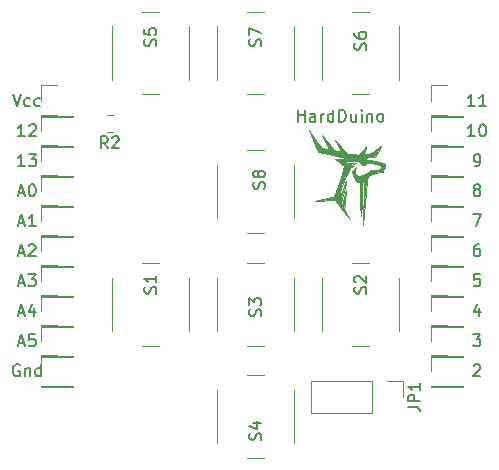
<source format=gbr>
G04 #@! TF.GenerationSoftware,KiCad,Pcbnew,(5.1.8)-1*
G04 #@! TF.CreationDate,2020-11-07T15:34:37+03:00*
G04 #@! TF.ProjectId,ArrowKbd,4172726f-774b-4626-942e-6b696361645f,rev?*
G04 #@! TF.SameCoordinates,Original*
G04 #@! TF.FileFunction,Legend,Top*
G04 #@! TF.FilePolarity,Positive*
%FSLAX46Y46*%
G04 Gerber Fmt 4.6, Leading zero omitted, Abs format (unit mm)*
G04 Created by KiCad (PCBNEW (5.1.8)-1) date 2020-11-07 15:34:37*
%MOMM*%
%LPD*%
G01*
G04 APERTURE LIST*
%ADD10C,0.100000*%
%ADD11C,0.150000*%
%ADD12C,0.120000*%
G04 APERTURE END LIST*
D10*
G36*
X114720000Y-63140000D02*
G01*
X114940000Y-63460000D01*
X115130000Y-63640000D01*
X115190000Y-63680000D01*
X115620000Y-63810000D01*
X115660000Y-63790000D01*
X115660000Y-63700000D01*
X115470000Y-63270000D01*
X115170000Y-62620000D01*
X115980000Y-63610000D01*
X116180000Y-63830000D01*
X116300000Y-63930000D01*
X116380000Y-63960000D01*
X116560000Y-63970000D01*
X116780000Y-64030000D01*
X116740000Y-63910000D01*
X116230000Y-63020000D01*
X117000000Y-63860000D01*
X117160000Y-64050000D01*
X117250000Y-64130000D01*
X117360000Y-64180000D01*
X117800000Y-64230000D01*
X118260000Y-64250000D01*
X118740000Y-63650000D01*
X118890000Y-63500000D01*
X118880000Y-63580000D01*
X118740000Y-63910000D01*
X118660000Y-64080000D01*
X118650000Y-64160000D01*
X118730000Y-64170000D01*
X119130000Y-64150000D01*
X119480000Y-64040000D01*
X120150000Y-63470000D01*
X120030000Y-63760000D01*
X119600000Y-64410000D01*
X119270000Y-64470000D01*
X118660000Y-64520000D01*
X118470000Y-64590000D01*
X118690000Y-64650000D01*
X120020000Y-64870000D01*
X120340000Y-64940000D01*
X120470000Y-65040000D01*
X120490000Y-65210000D01*
X120470000Y-65370000D01*
X120410000Y-65450000D01*
X120360000Y-65470000D01*
X120320000Y-65550000D01*
X120320000Y-65650000D01*
X120260000Y-65700000D01*
X120070000Y-65750000D01*
X119450000Y-65860000D01*
X119160000Y-65940000D01*
X119030000Y-66060000D01*
X119000000Y-66120000D01*
X118970000Y-66270000D01*
X118980000Y-66440000D01*
X118650000Y-70210000D01*
X118700000Y-66820000D01*
X118690000Y-66540000D01*
X118680000Y-66350000D01*
X118670000Y-66310000D01*
X118630000Y-66270000D01*
X118580000Y-66390000D01*
X118550000Y-66720000D01*
X118520000Y-67210000D01*
X118490000Y-68590000D01*
X118470000Y-69120000D01*
X118430000Y-69450000D01*
X118400000Y-69270000D01*
X118370000Y-68590000D01*
X118370000Y-67710000D01*
X118350000Y-66490000D01*
X118190000Y-66530000D01*
X118080000Y-66530000D01*
X118010000Y-66480000D01*
X117940000Y-66350000D01*
X117700000Y-65720000D01*
X118010000Y-65320000D01*
X117970000Y-65550000D01*
X117960000Y-65710000D01*
X117960000Y-65780000D01*
X118030000Y-65910000D01*
X118180000Y-66120000D01*
X119090000Y-65730000D01*
X119220000Y-65660000D01*
X119270000Y-65600000D01*
X119160000Y-65560000D01*
X119370000Y-65520000D01*
X119890000Y-65510000D01*
X120010000Y-65490000D01*
X120100000Y-65440000D01*
X120130000Y-65380000D01*
X120100000Y-65260000D01*
X119940000Y-65160000D01*
X119670000Y-65050000D01*
X119270000Y-64970000D01*
X119030000Y-64960000D01*
X118890000Y-64980000D01*
X118840000Y-65020000D01*
X118770000Y-65120000D01*
X118720000Y-65130000D01*
X118660000Y-65130000D01*
X118540000Y-65080000D01*
X118390000Y-64980000D01*
X118350000Y-64920000D01*
X118340000Y-64880000D01*
X118280000Y-64850000D01*
X118200000Y-64820000D01*
X117710000Y-64800000D01*
X117260000Y-64810000D01*
X117120000Y-64830000D01*
X117000000Y-64860000D01*
X117020000Y-64900000D01*
X117230000Y-64940000D01*
X117530000Y-64960000D01*
X118040000Y-64970000D01*
X117620000Y-65120000D01*
X117620000Y-65150000D01*
X117820000Y-65170000D01*
X117830000Y-65200000D01*
X117590000Y-65320000D01*
X117530000Y-65390000D01*
X117400000Y-65580000D01*
X117200000Y-66010000D01*
X116770000Y-67060000D01*
X116550000Y-67710000D01*
X116500000Y-67880000D01*
X116470000Y-68020000D01*
X116520000Y-68100000D01*
X116570000Y-68070000D01*
X116610000Y-68000000D01*
X116700000Y-67780000D01*
X116880000Y-67270000D01*
X117190000Y-66440000D01*
X117150000Y-66700000D01*
X116900000Y-67700000D01*
X116840000Y-67910000D01*
X116780000Y-68250000D01*
X116760000Y-68370000D01*
X116760000Y-68480000D01*
X116810000Y-68540000D01*
X116870000Y-68460000D01*
X116910000Y-68310000D01*
X117010000Y-67940000D01*
X117170000Y-67220000D01*
X117200000Y-67220000D01*
X117050000Y-68380000D01*
X116980000Y-68830000D01*
X117370000Y-69400000D01*
X117530000Y-69700000D01*
X116920000Y-68990000D01*
X116220000Y-68100000D01*
X114580000Y-68170000D01*
X115980000Y-67870000D01*
X116190000Y-67800000D01*
X116270000Y-67580000D01*
X116560000Y-66700000D01*
X116810000Y-65850000D01*
X116970000Y-65180000D01*
X116240000Y-64610000D01*
X116600000Y-64570000D01*
X117050000Y-64590000D01*
X117530000Y-64600000D01*
X115610000Y-64180000D01*
X114810000Y-63990000D01*
X114380000Y-63020000D01*
X114010000Y-62120000D01*
X114720000Y-63140000D01*
G37*
X114720000Y-63140000D02*
X114940000Y-63460000D01*
X115130000Y-63640000D01*
X115190000Y-63680000D01*
X115620000Y-63810000D01*
X115660000Y-63790000D01*
X115660000Y-63700000D01*
X115470000Y-63270000D01*
X115170000Y-62620000D01*
X115980000Y-63610000D01*
X116180000Y-63830000D01*
X116300000Y-63930000D01*
X116380000Y-63960000D01*
X116560000Y-63970000D01*
X116780000Y-64030000D01*
X116740000Y-63910000D01*
X116230000Y-63020000D01*
X117000000Y-63860000D01*
X117160000Y-64050000D01*
X117250000Y-64130000D01*
X117360000Y-64180000D01*
X117800000Y-64230000D01*
X118260000Y-64250000D01*
X118740000Y-63650000D01*
X118890000Y-63500000D01*
X118880000Y-63580000D01*
X118740000Y-63910000D01*
X118660000Y-64080000D01*
X118650000Y-64160000D01*
X118730000Y-64170000D01*
X119130000Y-64150000D01*
X119480000Y-64040000D01*
X120150000Y-63470000D01*
X120030000Y-63760000D01*
X119600000Y-64410000D01*
X119270000Y-64470000D01*
X118660000Y-64520000D01*
X118470000Y-64590000D01*
X118690000Y-64650000D01*
X120020000Y-64870000D01*
X120340000Y-64940000D01*
X120470000Y-65040000D01*
X120490000Y-65210000D01*
X120470000Y-65370000D01*
X120410000Y-65450000D01*
X120360000Y-65470000D01*
X120320000Y-65550000D01*
X120320000Y-65650000D01*
X120260000Y-65700000D01*
X120070000Y-65750000D01*
X119450000Y-65860000D01*
X119160000Y-65940000D01*
X119030000Y-66060000D01*
X119000000Y-66120000D01*
X118970000Y-66270000D01*
X118980000Y-66440000D01*
X118650000Y-70210000D01*
X118700000Y-66820000D01*
X118690000Y-66540000D01*
X118680000Y-66350000D01*
X118670000Y-66310000D01*
X118630000Y-66270000D01*
X118580000Y-66390000D01*
X118550000Y-66720000D01*
X118520000Y-67210000D01*
X118490000Y-68590000D01*
X118470000Y-69120000D01*
X118430000Y-69450000D01*
X118400000Y-69270000D01*
X118370000Y-68590000D01*
X118370000Y-67710000D01*
X118350000Y-66490000D01*
X118190000Y-66530000D01*
X118080000Y-66530000D01*
X118010000Y-66480000D01*
X117940000Y-66350000D01*
X117700000Y-65720000D01*
X118010000Y-65320000D01*
X117970000Y-65550000D01*
X117960000Y-65710000D01*
X117960000Y-65780000D01*
X118030000Y-65910000D01*
X118180000Y-66120000D01*
X119090000Y-65730000D01*
X119220000Y-65660000D01*
X119270000Y-65600000D01*
X119160000Y-65560000D01*
X119370000Y-65520000D01*
X119890000Y-65510000D01*
X120010000Y-65490000D01*
X120100000Y-65440000D01*
X120130000Y-65380000D01*
X120100000Y-65260000D01*
X119940000Y-65160000D01*
X119670000Y-65050000D01*
X119270000Y-64970000D01*
X119030000Y-64960000D01*
X118890000Y-64980000D01*
X118840000Y-65020000D01*
X118770000Y-65120000D01*
X118720000Y-65130000D01*
X118660000Y-65130000D01*
X118540000Y-65080000D01*
X118390000Y-64980000D01*
X118350000Y-64920000D01*
X118340000Y-64880000D01*
X118280000Y-64850000D01*
X118200000Y-64820000D01*
X117710000Y-64800000D01*
X117260000Y-64810000D01*
X117120000Y-64830000D01*
X117000000Y-64860000D01*
X117020000Y-64900000D01*
X117230000Y-64940000D01*
X117530000Y-64960000D01*
X118040000Y-64970000D01*
X117620000Y-65120000D01*
X117620000Y-65150000D01*
X117820000Y-65170000D01*
X117830000Y-65200000D01*
X117590000Y-65320000D01*
X117530000Y-65390000D01*
X117400000Y-65580000D01*
X117200000Y-66010000D01*
X116770000Y-67060000D01*
X116550000Y-67710000D01*
X116500000Y-67880000D01*
X116470000Y-68020000D01*
X116520000Y-68100000D01*
X116570000Y-68070000D01*
X116610000Y-68000000D01*
X116700000Y-67780000D01*
X116880000Y-67270000D01*
X117190000Y-66440000D01*
X117150000Y-66700000D01*
X116900000Y-67700000D01*
X116840000Y-67910000D01*
X116780000Y-68250000D01*
X116760000Y-68370000D01*
X116760000Y-68480000D01*
X116810000Y-68540000D01*
X116870000Y-68460000D01*
X116910000Y-68310000D01*
X117010000Y-67940000D01*
X117170000Y-67220000D01*
X117200000Y-67220000D01*
X117050000Y-68380000D01*
X116980000Y-68830000D01*
X117370000Y-69400000D01*
X117530000Y-69700000D01*
X116920000Y-68990000D01*
X116220000Y-68100000D01*
X114580000Y-68170000D01*
X115980000Y-67870000D01*
X116190000Y-67800000D01*
X116270000Y-67580000D01*
X116560000Y-66700000D01*
X116810000Y-65850000D01*
X116970000Y-65180000D01*
X116240000Y-64610000D01*
X116600000Y-64570000D01*
X117050000Y-64590000D01*
X117530000Y-64600000D01*
X115610000Y-64180000D01*
X114810000Y-63990000D01*
X114380000Y-63020000D01*
X114010000Y-62120000D01*
X114720000Y-63140000D01*
D11*
X113104761Y-61452380D02*
X113104761Y-60452380D01*
X113104761Y-60928571D02*
X113676190Y-60928571D01*
X113676190Y-61452380D02*
X113676190Y-60452380D01*
X114580952Y-61452380D02*
X114580952Y-60928571D01*
X114533333Y-60833333D01*
X114438095Y-60785714D01*
X114247619Y-60785714D01*
X114152380Y-60833333D01*
X114580952Y-61404761D02*
X114485714Y-61452380D01*
X114247619Y-61452380D01*
X114152380Y-61404761D01*
X114104761Y-61309523D01*
X114104761Y-61214285D01*
X114152380Y-61119047D01*
X114247619Y-61071428D01*
X114485714Y-61071428D01*
X114580952Y-61023809D01*
X115057142Y-61452380D02*
X115057142Y-60785714D01*
X115057142Y-60976190D02*
X115104761Y-60880952D01*
X115152380Y-60833333D01*
X115247619Y-60785714D01*
X115342857Y-60785714D01*
X116104761Y-61452380D02*
X116104761Y-60452380D01*
X116104761Y-61404761D02*
X116009523Y-61452380D01*
X115819047Y-61452380D01*
X115723809Y-61404761D01*
X115676190Y-61357142D01*
X115628571Y-61261904D01*
X115628571Y-60976190D01*
X115676190Y-60880952D01*
X115723809Y-60833333D01*
X115819047Y-60785714D01*
X116009523Y-60785714D01*
X116104761Y-60833333D01*
X116580952Y-61452380D02*
X116580952Y-60452380D01*
X116819047Y-60452380D01*
X116961904Y-60500000D01*
X117057142Y-60595238D01*
X117104761Y-60690476D01*
X117152380Y-60880952D01*
X117152380Y-61023809D01*
X117104761Y-61214285D01*
X117057142Y-61309523D01*
X116961904Y-61404761D01*
X116819047Y-61452380D01*
X116580952Y-61452380D01*
X118009523Y-60785714D02*
X118009523Y-61452380D01*
X117580952Y-60785714D02*
X117580952Y-61309523D01*
X117628571Y-61404761D01*
X117723809Y-61452380D01*
X117866666Y-61452380D01*
X117961904Y-61404761D01*
X118009523Y-61357142D01*
X118485714Y-61452380D02*
X118485714Y-60785714D01*
X118485714Y-60452380D02*
X118438095Y-60500000D01*
X118485714Y-60547619D01*
X118533333Y-60500000D01*
X118485714Y-60452380D01*
X118485714Y-60547619D01*
X118961904Y-60785714D02*
X118961904Y-61452380D01*
X118961904Y-60880952D02*
X119009523Y-60833333D01*
X119104761Y-60785714D01*
X119247619Y-60785714D01*
X119342857Y-60833333D01*
X119390476Y-60928571D01*
X119390476Y-61452380D01*
X120009523Y-61452380D02*
X119914285Y-61404761D01*
X119866666Y-61357142D01*
X119819047Y-61261904D01*
X119819047Y-60976190D01*
X119866666Y-60880952D01*
X119914285Y-60833333D01*
X120009523Y-60785714D01*
X120152380Y-60785714D01*
X120247619Y-60833333D01*
X120295238Y-60880952D01*
X120342857Y-60976190D01*
X120342857Y-61261904D01*
X120295238Y-61357142D01*
X120247619Y-61404761D01*
X120152380Y-61452380D01*
X120009523Y-61452380D01*
X89527142Y-82050000D02*
X89431904Y-82002380D01*
X89289047Y-82002380D01*
X89146190Y-82050000D01*
X89050952Y-82145238D01*
X89003333Y-82240476D01*
X88955714Y-82430952D01*
X88955714Y-82573809D01*
X89003333Y-82764285D01*
X89050952Y-82859523D01*
X89146190Y-82954761D01*
X89289047Y-83002380D01*
X89384285Y-83002380D01*
X89527142Y-82954761D01*
X89574761Y-82907142D01*
X89574761Y-82573809D01*
X89384285Y-82573809D01*
X90003333Y-82335714D02*
X90003333Y-83002380D01*
X90003333Y-82430952D02*
X90050952Y-82383333D01*
X90146190Y-82335714D01*
X90289047Y-82335714D01*
X90384285Y-82383333D01*
X90431904Y-82478571D01*
X90431904Y-83002380D01*
X91336666Y-83002380D02*
X91336666Y-82002380D01*
X91336666Y-82954761D02*
X91241428Y-83002380D01*
X91050952Y-83002380D01*
X90955714Y-82954761D01*
X90908095Y-82907142D01*
X90860476Y-82811904D01*
X90860476Y-82526190D01*
X90908095Y-82430952D01*
X90955714Y-82383333D01*
X91050952Y-82335714D01*
X91241428Y-82335714D01*
X91336666Y-82383333D01*
X89455714Y-80176666D02*
X89931904Y-80176666D01*
X89360476Y-80462380D02*
X89693809Y-79462380D01*
X90027142Y-80462380D01*
X90836666Y-79462380D02*
X90360476Y-79462380D01*
X90312857Y-79938571D01*
X90360476Y-79890952D01*
X90455714Y-79843333D01*
X90693809Y-79843333D01*
X90789047Y-79890952D01*
X90836666Y-79938571D01*
X90884285Y-80033809D01*
X90884285Y-80271904D01*
X90836666Y-80367142D01*
X90789047Y-80414761D01*
X90693809Y-80462380D01*
X90455714Y-80462380D01*
X90360476Y-80414761D01*
X90312857Y-80367142D01*
X89455714Y-77636666D02*
X89931904Y-77636666D01*
X89360476Y-77922380D02*
X89693809Y-76922380D01*
X90027142Y-77922380D01*
X90789047Y-77255714D02*
X90789047Y-77922380D01*
X90550952Y-76874761D02*
X90312857Y-77589047D01*
X90931904Y-77589047D01*
X89455714Y-75096666D02*
X89931904Y-75096666D01*
X89360476Y-75382380D02*
X89693809Y-74382380D01*
X90027142Y-75382380D01*
X90265238Y-74382380D02*
X90884285Y-74382380D01*
X90550952Y-74763333D01*
X90693809Y-74763333D01*
X90789047Y-74810952D01*
X90836666Y-74858571D01*
X90884285Y-74953809D01*
X90884285Y-75191904D01*
X90836666Y-75287142D01*
X90789047Y-75334761D01*
X90693809Y-75382380D01*
X90408095Y-75382380D01*
X90312857Y-75334761D01*
X90265238Y-75287142D01*
X89455714Y-72556666D02*
X89931904Y-72556666D01*
X89360476Y-72842380D02*
X89693809Y-71842380D01*
X90027142Y-72842380D01*
X90312857Y-71937619D02*
X90360476Y-71890000D01*
X90455714Y-71842380D01*
X90693809Y-71842380D01*
X90789047Y-71890000D01*
X90836666Y-71937619D01*
X90884285Y-72032857D01*
X90884285Y-72128095D01*
X90836666Y-72270952D01*
X90265238Y-72842380D01*
X90884285Y-72842380D01*
X89455714Y-70016666D02*
X89931904Y-70016666D01*
X89360476Y-70302380D02*
X89693809Y-69302380D01*
X90027142Y-70302380D01*
X90884285Y-70302380D02*
X90312857Y-70302380D01*
X90598571Y-70302380D02*
X90598571Y-69302380D01*
X90503333Y-69445238D01*
X90408095Y-69540476D01*
X90312857Y-69588095D01*
X89455714Y-67476666D02*
X89931904Y-67476666D01*
X89360476Y-67762380D02*
X89693809Y-66762380D01*
X90027142Y-67762380D01*
X90550952Y-66762380D02*
X90646190Y-66762380D01*
X90741428Y-66810000D01*
X90789047Y-66857619D01*
X90836666Y-66952857D01*
X90884285Y-67143333D01*
X90884285Y-67381428D01*
X90836666Y-67571904D01*
X90789047Y-67667142D01*
X90741428Y-67714761D01*
X90646190Y-67762380D01*
X90550952Y-67762380D01*
X90455714Y-67714761D01*
X90408095Y-67667142D01*
X90360476Y-67571904D01*
X90312857Y-67381428D01*
X90312857Y-67143333D01*
X90360476Y-66952857D01*
X90408095Y-66857619D01*
X90455714Y-66810000D01*
X90550952Y-66762380D01*
X88979523Y-59142380D02*
X89312857Y-60142380D01*
X89646190Y-59142380D01*
X90408095Y-60094761D02*
X90312857Y-60142380D01*
X90122380Y-60142380D01*
X90027142Y-60094761D01*
X89979523Y-60047142D01*
X89931904Y-59951904D01*
X89931904Y-59666190D01*
X89979523Y-59570952D01*
X90027142Y-59523333D01*
X90122380Y-59475714D01*
X90312857Y-59475714D01*
X90408095Y-59523333D01*
X91265238Y-60094761D02*
X91170000Y-60142380D01*
X90979523Y-60142380D01*
X90884285Y-60094761D01*
X90836666Y-60047142D01*
X90789047Y-59951904D01*
X90789047Y-59666190D01*
X90836666Y-59570952D01*
X90884285Y-59523333D01*
X90979523Y-59475714D01*
X91170000Y-59475714D01*
X91265238Y-59523333D01*
X89979523Y-65222380D02*
X89408095Y-65222380D01*
X89693809Y-65222380D02*
X89693809Y-64222380D01*
X89598571Y-64365238D01*
X89503333Y-64460476D01*
X89408095Y-64508095D01*
X90312857Y-64222380D02*
X90931904Y-64222380D01*
X90598571Y-64603333D01*
X90741428Y-64603333D01*
X90836666Y-64650952D01*
X90884285Y-64698571D01*
X90931904Y-64793809D01*
X90931904Y-65031904D01*
X90884285Y-65127142D01*
X90836666Y-65174761D01*
X90741428Y-65222380D01*
X90455714Y-65222380D01*
X90360476Y-65174761D01*
X90312857Y-65127142D01*
X89979523Y-62682380D02*
X89408095Y-62682380D01*
X89693809Y-62682380D02*
X89693809Y-61682380D01*
X89598571Y-61825238D01*
X89503333Y-61920476D01*
X89408095Y-61968095D01*
X90360476Y-61777619D02*
X90408095Y-61730000D01*
X90503333Y-61682380D01*
X90741428Y-61682380D01*
X90836666Y-61730000D01*
X90884285Y-61777619D01*
X90931904Y-61872857D01*
X90931904Y-61968095D01*
X90884285Y-62110952D01*
X90312857Y-62682380D01*
X90931904Y-62682380D01*
X128079523Y-60142380D02*
X127508095Y-60142380D01*
X127793809Y-60142380D02*
X127793809Y-59142380D01*
X127698571Y-59285238D01*
X127603333Y-59380476D01*
X127508095Y-59428095D01*
X129031904Y-60142380D02*
X128460476Y-60142380D01*
X128746190Y-60142380D02*
X128746190Y-59142380D01*
X128650952Y-59285238D01*
X128555714Y-59380476D01*
X128460476Y-59428095D01*
X128079523Y-62682380D02*
X127508095Y-62682380D01*
X127793809Y-62682380D02*
X127793809Y-61682380D01*
X127698571Y-61825238D01*
X127603333Y-61920476D01*
X127508095Y-61968095D01*
X128698571Y-61682380D02*
X128793809Y-61682380D01*
X128889047Y-61730000D01*
X128936666Y-61777619D01*
X128984285Y-61872857D01*
X129031904Y-62063333D01*
X129031904Y-62301428D01*
X128984285Y-62491904D01*
X128936666Y-62587142D01*
X128889047Y-62634761D01*
X128793809Y-62682380D01*
X128698571Y-62682380D01*
X128603333Y-62634761D01*
X128555714Y-62587142D01*
X128508095Y-62491904D01*
X128460476Y-62301428D01*
X128460476Y-62063333D01*
X128508095Y-61872857D01*
X128555714Y-61777619D01*
X128603333Y-61730000D01*
X128698571Y-61682380D01*
X128079523Y-65222380D02*
X128270000Y-65222380D01*
X128365238Y-65174761D01*
X128412857Y-65127142D01*
X128508095Y-64984285D01*
X128555714Y-64793809D01*
X128555714Y-64412857D01*
X128508095Y-64317619D01*
X128460476Y-64270000D01*
X128365238Y-64222380D01*
X128174761Y-64222380D01*
X128079523Y-64270000D01*
X128031904Y-64317619D01*
X127984285Y-64412857D01*
X127984285Y-64650952D01*
X128031904Y-64746190D01*
X128079523Y-64793809D01*
X128174761Y-64841428D01*
X128365238Y-64841428D01*
X128460476Y-64793809D01*
X128508095Y-64746190D01*
X128555714Y-64650952D01*
X128174761Y-67190952D02*
X128079523Y-67143333D01*
X128031904Y-67095714D01*
X127984285Y-67000476D01*
X127984285Y-66952857D01*
X128031904Y-66857619D01*
X128079523Y-66810000D01*
X128174761Y-66762380D01*
X128365238Y-66762380D01*
X128460476Y-66810000D01*
X128508095Y-66857619D01*
X128555714Y-66952857D01*
X128555714Y-67000476D01*
X128508095Y-67095714D01*
X128460476Y-67143333D01*
X128365238Y-67190952D01*
X128174761Y-67190952D01*
X128079523Y-67238571D01*
X128031904Y-67286190D01*
X127984285Y-67381428D01*
X127984285Y-67571904D01*
X128031904Y-67667142D01*
X128079523Y-67714761D01*
X128174761Y-67762380D01*
X128365238Y-67762380D01*
X128460476Y-67714761D01*
X128508095Y-67667142D01*
X128555714Y-67571904D01*
X128555714Y-67381428D01*
X128508095Y-67286190D01*
X128460476Y-67238571D01*
X128365238Y-67190952D01*
X127936666Y-69302380D02*
X128603333Y-69302380D01*
X128174761Y-70302380D01*
X128460476Y-71842380D02*
X128270000Y-71842380D01*
X128174761Y-71890000D01*
X128127142Y-71937619D01*
X128031904Y-72080476D01*
X127984285Y-72270952D01*
X127984285Y-72651904D01*
X128031904Y-72747142D01*
X128079523Y-72794761D01*
X128174761Y-72842380D01*
X128365238Y-72842380D01*
X128460476Y-72794761D01*
X128508095Y-72747142D01*
X128555714Y-72651904D01*
X128555714Y-72413809D01*
X128508095Y-72318571D01*
X128460476Y-72270952D01*
X128365238Y-72223333D01*
X128174761Y-72223333D01*
X128079523Y-72270952D01*
X128031904Y-72318571D01*
X127984285Y-72413809D01*
X128508095Y-74382380D02*
X128031904Y-74382380D01*
X127984285Y-74858571D01*
X128031904Y-74810952D01*
X128127142Y-74763333D01*
X128365238Y-74763333D01*
X128460476Y-74810952D01*
X128508095Y-74858571D01*
X128555714Y-74953809D01*
X128555714Y-75191904D01*
X128508095Y-75287142D01*
X128460476Y-75334761D01*
X128365238Y-75382380D01*
X128127142Y-75382380D01*
X128031904Y-75334761D01*
X127984285Y-75287142D01*
X128460476Y-77255714D02*
X128460476Y-77922380D01*
X128222380Y-76874761D02*
X127984285Y-77589047D01*
X128603333Y-77589047D01*
X127936666Y-79462380D02*
X128555714Y-79462380D01*
X128222380Y-79843333D01*
X128365238Y-79843333D01*
X128460476Y-79890952D01*
X128508095Y-79938571D01*
X128555714Y-80033809D01*
X128555714Y-80271904D01*
X128508095Y-80367142D01*
X128460476Y-80414761D01*
X128365238Y-80462380D01*
X128079523Y-80462380D01*
X127984285Y-80414761D01*
X127936666Y-80367142D01*
X127984285Y-82097619D02*
X128031904Y-82050000D01*
X128127142Y-82002380D01*
X128365238Y-82002380D01*
X128460476Y-82050000D01*
X128508095Y-82097619D01*
X128555714Y-82192857D01*
X128555714Y-82288095D01*
X128508095Y-82430952D01*
X127936666Y-83002380D01*
X128555714Y-83002380D01*
D12*
X124400000Y-81220000D02*
X125730000Y-81220000D01*
X124400000Y-82550000D02*
X124400000Y-81220000D01*
X124400000Y-83820000D02*
X127060000Y-83820000D01*
X127060000Y-83820000D02*
X127060000Y-83880000D01*
X124400000Y-83820000D02*
X124400000Y-83880000D01*
X124400000Y-83880000D02*
X127060000Y-83880000D01*
X124400000Y-81340000D02*
X127060000Y-81340000D01*
X124400000Y-81280000D02*
X124400000Y-81340000D01*
X127060000Y-81280000D02*
X127060000Y-81340000D01*
X124400000Y-81280000D02*
X127060000Y-81280000D01*
X124400000Y-80010000D02*
X124400000Y-78680000D01*
X124400000Y-78680000D02*
X125730000Y-78680000D01*
X124400000Y-76140000D02*
X125730000Y-76140000D01*
X124400000Y-77470000D02*
X124400000Y-76140000D01*
X124400000Y-78740000D02*
X127060000Y-78740000D01*
X127060000Y-78740000D02*
X127060000Y-78800000D01*
X124400000Y-78740000D02*
X124400000Y-78800000D01*
X124400000Y-78800000D02*
X127060000Y-78800000D01*
X124400000Y-76260000D02*
X127060000Y-76260000D01*
X124400000Y-76200000D02*
X124400000Y-76260000D01*
X127060000Y-76200000D02*
X127060000Y-76260000D01*
X124400000Y-76200000D02*
X127060000Y-76200000D01*
X124400000Y-74930000D02*
X124400000Y-73600000D01*
X124400000Y-73600000D02*
X125730000Y-73600000D01*
X124400000Y-71060000D02*
X125730000Y-71060000D01*
X124400000Y-72390000D02*
X124400000Y-71060000D01*
X124400000Y-73660000D02*
X127060000Y-73660000D01*
X127060000Y-73660000D02*
X127060000Y-73720000D01*
X124400000Y-73660000D02*
X124400000Y-73720000D01*
X124400000Y-73720000D02*
X127060000Y-73720000D01*
X124400000Y-71180000D02*
X127060000Y-71180000D01*
X124400000Y-71120000D02*
X124400000Y-71180000D01*
X127060000Y-71120000D02*
X127060000Y-71180000D01*
X124400000Y-71120000D02*
X127060000Y-71120000D01*
X124400000Y-69850000D02*
X124400000Y-68520000D01*
X124400000Y-68520000D02*
X125730000Y-68520000D01*
X124400000Y-65980000D02*
X125730000Y-65980000D01*
X124400000Y-67310000D02*
X124400000Y-65980000D01*
X124400000Y-68580000D02*
X127060000Y-68580000D01*
X127060000Y-68580000D02*
X127060000Y-68640000D01*
X124400000Y-68580000D02*
X124400000Y-68640000D01*
X124400000Y-68640000D02*
X127060000Y-68640000D01*
X124400000Y-66100000D02*
X127060000Y-66100000D01*
X124400000Y-66040000D02*
X124400000Y-66100000D01*
X127060000Y-66040000D02*
X127060000Y-66100000D01*
X124400000Y-66040000D02*
X127060000Y-66040000D01*
X124400000Y-64770000D02*
X124400000Y-63440000D01*
X124400000Y-63440000D02*
X125730000Y-63440000D01*
X124400000Y-60900000D02*
X125730000Y-60900000D01*
X124400000Y-62230000D02*
X124400000Y-60900000D01*
X124400000Y-63500000D02*
X127060000Y-63500000D01*
X127060000Y-63500000D02*
X127060000Y-63560000D01*
X124400000Y-63500000D02*
X124400000Y-63560000D01*
X124400000Y-63560000D02*
X127060000Y-63560000D01*
X124400000Y-61020000D02*
X127060000Y-61020000D01*
X124400000Y-60960000D02*
X124400000Y-61020000D01*
X127060000Y-60960000D02*
X127060000Y-61020000D01*
X124400000Y-60960000D02*
X127060000Y-60960000D01*
X124400000Y-59690000D02*
X124400000Y-58360000D01*
X124400000Y-58360000D02*
X125730000Y-58360000D01*
X91380000Y-60900000D02*
X92710000Y-60900000D01*
X91380000Y-62230000D02*
X91380000Y-60900000D01*
X91380000Y-63500000D02*
X94040000Y-63500000D01*
X94040000Y-63500000D02*
X94040000Y-63560000D01*
X91380000Y-63500000D02*
X91380000Y-63560000D01*
X91380000Y-63560000D02*
X94040000Y-63560000D01*
X91380000Y-66100000D02*
X94040000Y-66100000D01*
X91380000Y-66040000D02*
X91380000Y-66100000D01*
X94040000Y-66040000D02*
X94040000Y-66100000D01*
X91380000Y-66040000D02*
X94040000Y-66040000D01*
X91380000Y-64770000D02*
X91380000Y-63440000D01*
X91380000Y-63440000D02*
X92710000Y-63440000D01*
X91380000Y-68640000D02*
X94040000Y-68640000D01*
X91380000Y-68580000D02*
X91380000Y-68640000D01*
X94040000Y-68580000D02*
X94040000Y-68640000D01*
X91380000Y-68580000D02*
X94040000Y-68580000D01*
X91380000Y-67310000D02*
X91380000Y-65980000D01*
X91380000Y-65980000D02*
X92710000Y-65980000D01*
X91380000Y-68520000D02*
X92710000Y-68520000D01*
X91380000Y-69850000D02*
X91380000Y-68520000D01*
X91380000Y-71120000D02*
X94040000Y-71120000D01*
X94040000Y-71120000D02*
X94040000Y-71180000D01*
X91380000Y-71120000D02*
X91380000Y-71180000D01*
X91380000Y-71180000D02*
X94040000Y-71180000D01*
X91380000Y-73720000D02*
X94040000Y-73720000D01*
X91380000Y-73660000D02*
X91380000Y-73720000D01*
X94040000Y-73660000D02*
X94040000Y-73720000D01*
X91380000Y-73660000D02*
X94040000Y-73660000D01*
X91380000Y-72390000D02*
X91380000Y-71060000D01*
X91380000Y-71060000D02*
X92710000Y-71060000D01*
X91380000Y-73600000D02*
X92710000Y-73600000D01*
X91380000Y-74930000D02*
X91380000Y-73600000D01*
X91380000Y-76200000D02*
X94040000Y-76200000D01*
X94040000Y-76200000D02*
X94040000Y-76260000D01*
X91380000Y-76200000D02*
X91380000Y-76260000D01*
X91380000Y-76260000D02*
X94040000Y-76260000D01*
X91380000Y-78800000D02*
X94040000Y-78800000D01*
X91380000Y-78740000D02*
X91380000Y-78800000D01*
X94040000Y-78740000D02*
X94040000Y-78800000D01*
X91380000Y-78740000D02*
X94040000Y-78740000D01*
X91380000Y-77470000D02*
X91380000Y-76140000D01*
X91380000Y-76140000D02*
X92710000Y-76140000D01*
X91380000Y-78680000D02*
X92710000Y-78680000D01*
X91380000Y-80010000D02*
X91380000Y-78680000D01*
X91380000Y-81280000D02*
X94040000Y-81280000D01*
X94040000Y-81280000D02*
X94040000Y-81340000D01*
X91380000Y-81280000D02*
X91380000Y-81340000D01*
X91380000Y-81340000D02*
X94040000Y-81340000D01*
X91380000Y-61020000D02*
X94040000Y-61020000D01*
X91380000Y-60960000D02*
X91380000Y-61020000D01*
X94040000Y-60960000D02*
X94040000Y-61020000D01*
X91380000Y-60960000D02*
X94040000Y-60960000D01*
X91380000Y-59690000D02*
X91380000Y-58360000D01*
X91380000Y-58360000D02*
X92710000Y-58360000D01*
X91380000Y-81220000D02*
X92710000Y-81220000D01*
X91380000Y-82550000D02*
X91380000Y-81220000D01*
X91380000Y-83820000D02*
X94040000Y-83820000D01*
X94040000Y-83820000D02*
X94040000Y-83880000D01*
X91380000Y-83820000D02*
X91380000Y-83880000D01*
X91380000Y-83880000D02*
X94040000Y-83880000D01*
X114240000Y-83442500D02*
X114240000Y-86102500D01*
X119380000Y-83442500D02*
X114240000Y-83442500D01*
X119380000Y-86102500D02*
X114240000Y-86102500D01*
X119380000Y-83442500D02*
X119380000Y-86102500D01*
X120650000Y-83442500D02*
X121980000Y-83442500D01*
X121980000Y-83442500D02*
X121980000Y-84772500D01*
X97416252Y-62305000D02*
X96893748Y-62305000D01*
X97416252Y-60885000D02*
X96893748Y-60885000D01*
X99870000Y-80410000D02*
X101370000Y-80410000D01*
X103870000Y-79160000D02*
X103870000Y-74660000D01*
X101370000Y-73410000D02*
X99870000Y-73410000D01*
X97370000Y-74660000D02*
X97370000Y-79160000D01*
X115150000Y-74660000D02*
X115150000Y-79160000D01*
X119150000Y-73410000D02*
X117650000Y-73410000D01*
X121650000Y-79160000D02*
X121650000Y-74660000D01*
X117650000Y-80410000D02*
X119150000Y-80410000D01*
X108760000Y-80410000D02*
X110260000Y-80410000D01*
X112760000Y-79160000D02*
X112760000Y-74660000D01*
X110260000Y-73410000D02*
X108760000Y-73410000D01*
X106260000Y-74660000D02*
X106260000Y-79160000D01*
X106260000Y-84185000D02*
X106260000Y-88685000D01*
X110260000Y-82935000D02*
X108760000Y-82935000D01*
X112760000Y-88685000D02*
X112760000Y-84185000D01*
X108760000Y-89935000D02*
X110260000Y-89935000D01*
X99870000Y-59137500D02*
X101370000Y-59137500D01*
X103870000Y-57887500D02*
X103870000Y-53387500D01*
X101370000Y-52137500D02*
X99870000Y-52137500D01*
X97370000Y-53387500D02*
X97370000Y-57887500D01*
X115150000Y-53387500D02*
X115150000Y-57887500D01*
X119150000Y-52137500D02*
X117650000Y-52137500D01*
X121650000Y-57887500D02*
X121650000Y-53387500D01*
X117650000Y-59137500D02*
X119150000Y-59137500D01*
X106260000Y-53387500D02*
X106260000Y-57887500D01*
X110260000Y-52137500D02*
X108760000Y-52137500D01*
X112760000Y-57887500D02*
X112760000Y-53387500D01*
X108760000Y-59137500D02*
X110260000Y-59137500D01*
X108760000Y-70885000D02*
X110260000Y-70885000D01*
X112760000Y-69635000D02*
X112760000Y-65135000D01*
X110260000Y-63885000D02*
X108760000Y-63885000D01*
X106260000Y-65135000D02*
X106260000Y-69635000D01*
D11*
X122432380Y-85605833D02*
X123146666Y-85605833D01*
X123289523Y-85653452D01*
X123384761Y-85748690D01*
X123432380Y-85891547D01*
X123432380Y-85986785D01*
X123432380Y-85129642D02*
X122432380Y-85129642D01*
X122432380Y-84748690D01*
X122480000Y-84653452D01*
X122527619Y-84605833D01*
X122622857Y-84558214D01*
X122765714Y-84558214D01*
X122860952Y-84605833D01*
X122908571Y-84653452D01*
X122956190Y-84748690D01*
X122956190Y-85129642D01*
X123432380Y-83605833D02*
X123432380Y-84177261D01*
X123432380Y-83891547D02*
X122432380Y-83891547D01*
X122575238Y-83986785D01*
X122670476Y-84082023D01*
X122718095Y-84177261D01*
X96988333Y-63697380D02*
X96655000Y-63221190D01*
X96416904Y-63697380D02*
X96416904Y-62697380D01*
X96797857Y-62697380D01*
X96893095Y-62745000D01*
X96940714Y-62792619D01*
X96988333Y-62887857D01*
X96988333Y-63030714D01*
X96940714Y-63125952D01*
X96893095Y-63173571D01*
X96797857Y-63221190D01*
X96416904Y-63221190D01*
X97369285Y-62792619D02*
X97416904Y-62745000D01*
X97512142Y-62697380D01*
X97750238Y-62697380D01*
X97845476Y-62745000D01*
X97893095Y-62792619D01*
X97940714Y-62887857D01*
X97940714Y-62983095D01*
X97893095Y-63125952D01*
X97321666Y-63697380D01*
X97940714Y-63697380D01*
X101052261Y-76009404D02*
X101099880Y-75866547D01*
X101099880Y-75628452D01*
X101052261Y-75533214D01*
X101004642Y-75485595D01*
X100909404Y-75437976D01*
X100814166Y-75437976D01*
X100718928Y-75485595D01*
X100671309Y-75533214D01*
X100623690Y-75628452D01*
X100576071Y-75818928D01*
X100528452Y-75914166D01*
X100480833Y-75961785D01*
X100385595Y-76009404D01*
X100290357Y-76009404D01*
X100195119Y-75961785D01*
X100147500Y-75914166D01*
X100099880Y-75818928D01*
X100099880Y-75580833D01*
X100147500Y-75437976D01*
X101099880Y-74485595D02*
X101099880Y-75057023D01*
X101099880Y-74771309D02*
X100099880Y-74771309D01*
X100242738Y-74866547D01*
X100337976Y-74961785D01*
X100385595Y-75057023D01*
X118832261Y-76009404D02*
X118879880Y-75866547D01*
X118879880Y-75628452D01*
X118832261Y-75533214D01*
X118784642Y-75485595D01*
X118689404Y-75437976D01*
X118594166Y-75437976D01*
X118498928Y-75485595D01*
X118451309Y-75533214D01*
X118403690Y-75628452D01*
X118356071Y-75818928D01*
X118308452Y-75914166D01*
X118260833Y-75961785D01*
X118165595Y-76009404D01*
X118070357Y-76009404D01*
X117975119Y-75961785D01*
X117927500Y-75914166D01*
X117879880Y-75818928D01*
X117879880Y-75580833D01*
X117927500Y-75437976D01*
X117975119Y-75057023D02*
X117927500Y-75009404D01*
X117879880Y-74914166D01*
X117879880Y-74676071D01*
X117927500Y-74580833D01*
X117975119Y-74533214D01*
X118070357Y-74485595D01*
X118165595Y-74485595D01*
X118308452Y-74533214D01*
X118879880Y-75104642D01*
X118879880Y-74485595D01*
X109942261Y-77914404D02*
X109989880Y-77771547D01*
X109989880Y-77533452D01*
X109942261Y-77438214D01*
X109894642Y-77390595D01*
X109799404Y-77342976D01*
X109704166Y-77342976D01*
X109608928Y-77390595D01*
X109561309Y-77438214D01*
X109513690Y-77533452D01*
X109466071Y-77723928D01*
X109418452Y-77819166D01*
X109370833Y-77866785D01*
X109275595Y-77914404D01*
X109180357Y-77914404D01*
X109085119Y-77866785D01*
X109037500Y-77819166D01*
X108989880Y-77723928D01*
X108989880Y-77485833D01*
X109037500Y-77342976D01*
X108989880Y-77009642D02*
X108989880Y-76390595D01*
X109370833Y-76723928D01*
X109370833Y-76581071D01*
X109418452Y-76485833D01*
X109466071Y-76438214D01*
X109561309Y-76390595D01*
X109799404Y-76390595D01*
X109894642Y-76438214D01*
X109942261Y-76485833D01*
X109989880Y-76581071D01*
X109989880Y-76866785D01*
X109942261Y-76962023D01*
X109894642Y-77009642D01*
X109942261Y-88391904D02*
X109989880Y-88249047D01*
X109989880Y-88010952D01*
X109942261Y-87915714D01*
X109894642Y-87868095D01*
X109799404Y-87820476D01*
X109704166Y-87820476D01*
X109608928Y-87868095D01*
X109561309Y-87915714D01*
X109513690Y-88010952D01*
X109466071Y-88201428D01*
X109418452Y-88296666D01*
X109370833Y-88344285D01*
X109275595Y-88391904D01*
X109180357Y-88391904D01*
X109085119Y-88344285D01*
X109037500Y-88296666D01*
X108989880Y-88201428D01*
X108989880Y-87963333D01*
X109037500Y-87820476D01*
X109323214Y-86963333D02*
X109989880Y-86963333D01*
X108942261Y-87201428D02*
X109656547Y-87439523D01*
X109656547Y-86820476D01*
X101052261Y-55054404D02*
X101099880Y-54911547D01*
X101099880Y-54673452D01*
X101052261Y-54578214D01*
X101004642Y-54530595D01*
X100909404Y-54482976D01*
X100814166Y-54482976D01*
X100718928Y-54530595D01*
X100671309Y-54578214D01*
X100623690Y-54673452D01*
X100576071Y-54863928D01*
X100528452Y-54959166D01*
X100480833Y-55006785D01*
X100385595Y-55054404D01*
X100290357Y-55054404D01*
X100195119Y-55006785D01*
X100147500Y-54959166D01*
X100099880Y-54863928D01*
X100099880Y-54625833D01*
X100147500Y-54482976D01*
X100099880Y-53578214D02*
X100099880Y-54054404D01*
X100576071Y-54102023D01*
X100528452Y-54054404D01*
X100480833Y-53959166D01*
X100480833Y-53721071D01*
X100528452Y-53625833D01*
X100576071Y-53578214D01*
X100671309Y-53530595D01*
X100909404Y-53530595D01*
X101004642Y-53578214D01*
X101052261Y-53625833D01*
X101099880Y-53721071D01*
X101099880Y-53959166D01*
X101052261Y-54054404D01*
X101004642Y-54102023D01*
X118832261Y-55371904D02*
X118879880Y-55229047D01*
X118879880Y-54990952D01*
X118832261Y-54895714D01*
X118784642Y-54848095D01*
X118689404Y-54800476D01*
X118594166Y-54800476D01*
X118498928Y-54848095D01*
X118451309Y-54895714D01*
X118403690Y-54990952D01*
X118356071Y-55181428D01*
X118308452Y-55276666D01*
X118260833Y-55324285D01*
X118165595Y-55371904D01*
X118070357Y-55371904D01*
X117975119Y-55324285D01*
X117927500Y-55276666D01*
X117879880Y-55181428D01*
X117879880Y-54943333D01*
X117927500Y-54800476D01*
X117879880Y-53943333D02*
X117879880Y-54133809D01*
X117927500Y-54229047D01*
X117975119Y-54276666D01*
X118117976Y-54371904D01*
X118308452Y-54419523D01*
X118689404Y-54419523D01*
X118784642Y-54371904D01*
X118832261Y-54324285D01*
X118879880Y-54229047D01*
X118879880Y-54038571D01*
X118832261Y-53943333D01*
X118784642Y-53895714D01*
X118689404Y-53848095D01*
X118451309Y-53848095D01*
X118356071Y-53895714D01*
X118308452Y-53943333D01*
X118260833Y-54038571D01*
X118260833Y-54229047D01*
X118308452Y-54324285D01*
X118356071Y-54371904D01*
X118451309Y-54419523D01*
X109942261Y-55054404D02*
X109989880Y-54911547D01*
X109989880Y-54673452D01*
X109942261Y-54578214D01*
X109894642Y-54530595D01*
X109799404Y-54482976D01*
X109704166Y-54482976D01*
X109608928Y-54530595D01*
X109561309Y-54578214D01*
X109513690Y-54673452D01*
X109466071Y-54863928D01*
X109418452Y-54959166D01*
X109370833Y-55006785D01*
X109275595Y-55054404D01*
X109180357Y-55054404D01*
X109085119Y-55006785D01*
X109037500Y-54959166D01*
X108989880Y-54863928D01*
X108989880Y-54625833D01*
X109037500Y-54482976D01*
X108989880Y-54149642D02*
X108989880Y-53482976D01*
X109989880Y-53911547D01*
X110259761Y-67119404D02*
X110307380Y-66976547D01*
X110307380Y-66738452D01*
X110259761Y-66643214D01*
X110212142Y-66595595D01*
X110116904Y-66547976D01*
X110021666Y-66547976D01*
X109926428Y-66595595D01*
X109878809Y-66643214D01*
X109831190Y-66738452D01*
X109783571Y-66928928D01*
X109735952Y-67024166D01*
X109688333Y-67071785D01*
X109593095Y-67119404D01*
X109497857Y-67119404D01*
X109402619Y-67071785D01*
X109355000Y-67024166D01*
X109307380Y-66928928D01*
X109307380Y-66690833D01*
X109355000Y-66547976D01*
X109735952Y-65976547D02*
X109688333Y-66071785D01*
X109640714Y-66119404D01*
X109545476Y-66167023D01*
X109497857Y-66167023D01*
X109402619Y-66119404D01*
X109355000Y-66071785D01*
X109307380Y-65976547D01*
X109307380Y-65786071D01*
X109355000Y-65690833D01*
X109402619Y-65643214D01*
X109497857Y-65595595D01*
X109545476Y-65595595D01*
X109640714Y-65643214D01*
X109688333Y-65690833D01*
X109735952Y-65786071D01*
X109735952Y-65976547D01*
X109783571Y-66071785D01*
X109831190Y-66119404D01*
X109926428Y-66167023D01*
X110116904Y-66167023D01*
X110212142Y-66119404D01*
X110259761Y-66071785D01*
X110307380Y-65976547D01*
X110307380Y-65786071D01*
X110259761Y-65690833D01*
X110212142Y-65643214D01*
X110116904Y-65595595D01*
X109926428Y-65595595D01*
X109831190Y-65643214D01*
X109783571Y-65690833D01*
X109735952Y-65786071D01*
M02*

</source>
